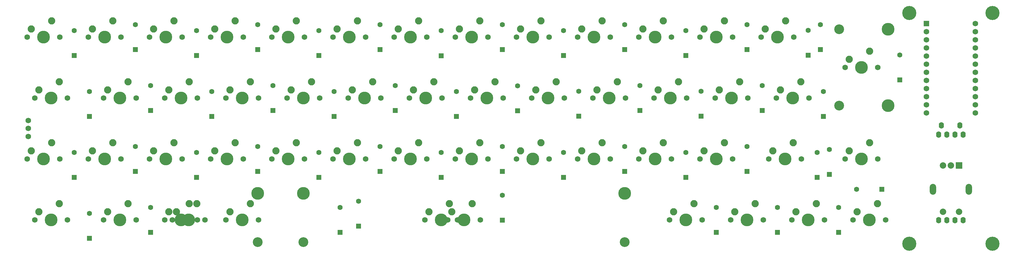
<source format=gbs>
G04 #@! TF.GenerationSoftware,KiCad,Pcbnew,(5.1.10)-1*
G04 #@! TF.CreationDate,2022-03-21T16:41:14+02:00*
G04 #@! TF.ProjectId,Verdantrev01,56657264-616e-4747-9265-7630312e6b69,rev?*
G04 #@! TF.SameCoordinates,Original*
G04 #@! TF.FileFunction,Soldermask,Bot*
G04 #@! TF.FilePolarity,Negative*
%FSLAX46Y46*%
G04 Gerber Fmt 4.6, Leading zero omitted, Abs format (unit mm)*
G04 Created by KiCad (PCBNEW (5.1.10)-1) date 2022-03-21 16:41:14*
%MOMM*%
%LPD*%
G01*
G04 APERTURE LIST*
%ADD10O,1.600000X2.000000*%
%ADD11C,2.000000*%
%ADD12O,2.000000X3.400000*%
%ADD13R,2.000000X2.000000*%
%ADD14R,1.752600X1.752600*%
%ADD15C,1.752600*%
%ADD16C,2.250000*%
%ADD17C,3.987800*%
%ADD18C,1.750000*%
%ADD19C,3.048000*%
%ADD20R,1.600000X1.600000*%
%ADD21C,1.600000*%
%ADD22C,4.400000*%
G04 APERTURE END LIST*
D10*
X302944993Y-49574999D03*
X305484993Y-49574999D03*
X300404993Y-49574999D03*
X297864993Y-49574999D03*
X297864998Y-76324997D03*
X300404998Y-76324997D03*
X305484998Y-76324997D03*
X302944998Y-76324997D03*
D11*
X299174998Y-73674999D03*
X304174998Y-73674999D03*
D12*
X296074998Y-66674999D03*
X307274998Y-66674999D03*
D11*
X299174998Y-59174999D03*
X301674998Y-59174999D03*
D13*
X304174998Y-59174999D03*
D14*
X294054997Y-14859996D03*
D15*
X294054997Y-17399996D03*
X294054997Y-19939996D03*
X294054997Y-22479996D03*
X294054997Y-25019996D03*
X294054997Y-27559996D03*
X294054997Y-30099996D03*
X294054997Y-32639996D03*
X294054997Y-35179996D03*
X294054997Y-37719996D03*
X294054997Y-40259996D03*
X309294997Y-42799996D03*
X309294997Y-40259996D03*
X309294997Y-37719996D03*
X309294997Y-35179996D03*
X309294997Y-32639996D03*
X309294997Y-30099996D03*
X309294997Y-27559996D03*
X309294997Y-25019996D03*
X309294997Y-22479996D03*
X309294997Y-19939996D03*
X309294997Y-17399996D03*
X294054997Y-42799996D03*
X309294997Y-14859996D03*
D16*
X276383750Y-23495000D03*
D17*
X273843750Y-28575000D03*
D16*
X270033750Y-26035000D03*
D18*
X268763750Y-28575000D03*
X278923750Y-28575000D03*
D19*
X266858750Y-40513000D03*
X266858750Y-16637000D03*
D17*
X282098750Y-40513000D03*
X282098750Y-16637000D03*
D16*
X276383750Y-52070000D03*
D17*
X273843750Y-57150000D03*
D16*
X270033750Y-54610000D03*
D18*
X268763750Y-57150000D03*
X278923750Y-57150000D03*
X24130000Y-19050000D03*
X13970000Y-19050000D03*
D16*
X15240000Y-16510000D03*
D17*
X19050000Y-19050000D03*
D16*
X21590000Y-13970000D03*
D20*
X261937500Y-43905000D03*
D21*
X261937500Y-36105000D03*
X52387500Y-34200000D03*
D20*
X52387500Y-42000000D03*
D21*
X111442500Y-72300000D03*
D20*
X111442500Y-80100000D03*
D21*
X142875000Y-55155000D03*
D20*
X142875000Y-62955000D03*
D21*
X47625000Y-53250000D03*
D20*
X47625000Y-61050000D03*
D21*
X228600000Y-72300000D03*
D20*
X228600000Y-80100000D03*
X104775000Y-62955000D03*
D21*
X104775000Y-55155000D03*
X238125000Y-15150000D03*
D20*
X238125000Y-22950000D03*
X200025000Y-61050000D03*
D21*
X200025000Y-53250000D03*
X33337500Y-74205000D03*
D20*
X33337500Y-82005000D03*
D21*
X90487500Y-34200000D03*
D20*
X90487500Y-42000000D03*
D21*
X219075000Y-55155000D03*
D20*
X219075000Y-62955000D03*
D21*
X247650000Y-72300000D03*
D20*
X247650000Y-80100000D03*
X85725000Y-22950000D03*
D21*
X85725000Y-15150000D03*
X260985000Y-15150000D03*
D20*
X260985000Y-22950000D03*
D21*
X28575000Y-17055000D03*
D20*
X28575000Y-24855000D03*
X109537500Y-43905000D03*
D21*
X109537500Y-36105000D03*
X128587500Y-34200000D03*
D20*
X128587500Y-42000000D03*
X147637500Y-43905000D03*
D21*
X147637500Y-36105000D03*
X180975000Y-17055000D03*
D20*
X180975000Y-24855000D03*
D21*
X166687500Y-34268750D03*
D20*
X166687500Y-42068750D03*
X185737500Y-43815000D03*
D21*
X185737500Y-36015000D03*
X204787500Y-34200000D03*
D20*
X204787500Y-42000000D03*
X52387500Y-80100000D03*
D21*
X52387500Y-72300000D03*
X260032500Y-55155000D03*
D20*
X260032500Y-62955000D03*
D21*
X180975000Y-55155000D03*
D20*
X180975000Y-62955000D03*
X161925000Y-61050000D03*
D21*
X161925000Y-53250000D03*
X200025000Y-15150000D03*
D20*
X200025000Y-22950000D03*
D21*
X257175000Y-16965000D03*
D20*
X257175000Y-24765000D03*
D21*
X219075000Y-17055000D03*
D20*
X219075000Y-24855000D03*
X47625000Y-22950000D03*
D21*
X47625000Y-15150000D03*
D20*
X242887500Y-42000000D03*
D21*
X242887500Y-34200000D03*
D20*
X104775000Y-24855000D03*
D21*
X104775000Y-17055000D03*
D20*
X263842500Y-62002500D03*
D21*
X263842500Y-54202500D03*
D20*
X71437500Y-43905000D03*
D21*
X71437500Y-36105000D03*
D20*
X223837500Y-43815000D03*
D21*
X223837500Y-36015000D03*
D20*
X285750000Y-32475000D03*
D21*
X285750000Y-24675000D03*
D20*
X28575000Y-62955000D03*
D21*
X28575000Y-55155000D03*
D20*
X238125000Y-61050000D03*
D21*
X238125000Y-53250000D03*
D20*
X161925000Y-76290000D03*
D21*
X161925000Y-68490000D03*
D20*
X123825000Y-22950000D03*
D21*
X123825000Y-15150000D03*
X33337500Y-36105000D03*
D20*
X33337500Y-43905000D03*
X161925000Y-22950000D03*
D21*
X161925000Y-15150000D03*
D20*
X266700000Y-80100000D03*
D21*
X266700000Y-72300000D03*
X123825000Y-53250000D03*
D20*
X123825000Y-61050000D03*
X66675000Y-24855000D03*
D21*
X66675000Y-17055000D03*
X85725000Y-53250000D03*
D20*
X85725000Y-61050000D03*
X142875000Y-24867500D03*
D21*
X142875000Y-17067500D03*
D20*
X66675000Y-62955000D03*
D21*
X66675000Y-55155000D03*
D16*
X254952500Y-33020000D03*
D17*
X252412500Y-38100000D03*
D16*
X248602500Y-35560000D03*
D18*
X247332500Y-38100000D03*
X257492500Y-38100000D03*
D16*
X45402500Y-33020000D03*
D17*
X42862500Y-38100000D03*
D16*
X39052500Y-35560000D03*
D18*
X37782500Y-38100000D03*
X47942500Y-38100000D03*
X138430000Y-57150000D03*
X128270000Y-57150000D03*
D16*
X129540000Y-54610000D03*
D17*
X133350000Y-57150000D03*
D16*
X135890000Y-52070000D03*
X40640000Y-52070000D03*
D17*
X38100000Y-57150000D03*
D16*
X34290000Y-54610000D03*
D18*
X33020000Y-57150000D03*
X43180000Y-57150000D03*
D16*
X221615000Y-71120000D03*
D17*
X219075000Y-76200000D03*
D16*
X215265000Y-73660000D03*
D18*
X213995000Y-76200000D03*
X224155000Y-76200000D03*
D16*
X97790000Y-52070000D03*
D17*
X95250000Y-57150000D03*
D16*
X91440000Y-54610000D03*
D18*
X90170000Y-57150000D03*
X100330000Y-57150000D03*
X233680000Y-19050000D03*
X223520000Y-19050000D03*
D16*
X224790000Y-16510000D03*
D17*
X228600000Y-19050000D03*
D16*
X231140000Y-13970000D03*
X193040000Y-52070000D03*
D17*
X190500000Y-57150000D03*
D16*
X186690000Y-54610000D03*
D18*
X185420000Y-57150000D03*
X195580000Y-57150000D03*
X26511250Y-76200000D03*
X16351250Y-76200000D03*
D16*
X17621250Y-73660000D03*
D17*
X21431250Y-76200000D03*
D16*
X23971250Y-71120000D03*
X83502500Y-33020000D03*
D17*
X80962500Y-38100000D03*
D16*
X77152500Y-35560000D03*
D18*
X75882500Y-38100000D03*
X86042500Y-38100000D03*
D16*
X212090000Y-52070000D03*
D17*
X209550000Y-57150000D03*
D16*
X205740000Y-54610000D03*
D18*
X204470000Y-57150000D03*
X214630000Y-57150000D03*
X243205000Y-76200000D03*
X233045000Y-76200000D03*
D16*
X234315000Y-73660000D03*
D17*
X238125000Y-76200000D03*
D16*
X240665000Y-71120000D03*
D18*
X81280000Y-19050000D03*
X71120000Y-19050000D03*
D16*
X72390000Y-16510000D03*
D17*
X76200000Y-19050000D03*
D16*
X78740000Y-13970000D03*
X102552500Y-33020000D03*
D17*
X100012500Y-38100000D03*
D16*
X96202500Y-35560000D03*
D18*
X94932500Y-38100000D03*
X105092500Y-38100000D03*
X124142500Y-38100000D03*
X113982500Y-38100000D03*
D16*
X115252500Y-35560000D03*
D17*
X119062500Y-38100000D03*
D16*
X121602500Y-33020000D03*
X140652500Y-33020000D03*
D17*
X138112500Y-38100000D03*
D16*
X134302500Y-35560000D03*
D18*
X133032500Y-38100000D03*
X143192500Y-38100000D03*
X176530000Y-19050000D03*
X166370000Y-19050000D03*
D16*
X167640000Y-16510000D03*
D17*
X171450000Y-19050000D03*
D16*
X173990000Y-13970000D03*
X159702500Y-33020000D03*
D17*
X157162500Y-38100000D03*
D16*
X153352500Y-35560000D03*
D18*
X152082500Y-38100000D03*
X162242500Y-38100000D03*
X181292500Y-38100000D03*
X171132500Y-38100000D03*
D16*
X172402500Y-35560000D03*
D17*
X176212500Y-38100000D03*
D16*
X178752500Y-33020000D03*
D18*
X200342500Y-38100000D03*
X190182500Y-38100000D03*
D16*
X191452500Y-35560000D03*
D17*
X195262500Y-38100000D03*
D16*
X197802500Y-33020000D03*
X45402500Y-71120000D03*
D17*
X42862500Y-76200000D03*
D16*
X39052500Y-73660000D03*
D18*
X37782500Y-76200000D03*
X47942500Y-76200000D03*
X255111250Y-57150000D03*
X244951250Y-57150000D03*
D16*
X246221250Y-54610000D03*
D17*
X250031250Y-57150000D03*
D16*
X252571250Y-52070000D03*
D18*
X176530000Y-57150000D03*
X166370000Y-57150000D03*
D16*
X167640000Y-54610000D03*
D17*
X171450000Y-57150000D03*
D16*
X173990000Y-52070000D03*
X154940000Y-52070000D03*
D17*
X152400000Y-57150000D03*
D16*
X148590000Y-54610000D03*
D18*
X147320000Y-57150000D03*
X157480000Y-57150000D03*
X195580000Y-19050000D03*
X185420000Y-19050000D03*
D16*
X186690000Y-16510000D03*
D17*
X190500000Y-19050000D03*
D16*
X193040000Y-13970000D03*
D18*
X252730000Y-19050000D03*
X242570000Y-19050000D03*
D16*
X243840000Y-16510000D03*
D17*
X247650000Y-19050000D03*
D16*
X250190000Y-13970000D03*
X212090000Y-13970000D03*
D17*
X209550000Y-19050000D03*
D16*
X205740000Y-16510000D03*
D18*
X204470000Y-19050000D03*
X214630000Y-19050000D03*
X43180000Y-19050000D03*
X33020000Y-19050000D03*
D16*
X34290000Y-16510000D03*
D17*
X38100000Y-19050000D03*
D16*
X40640000Y-13970000D03*
D18*
X238442500Y-38100000D03*
X228282500Y-38100000D03*
D16*
X229552500Y-35560000D03*
D17*
X233362500Y-38100000D03*
D16*
X235902500Y-33020000D03*
D18*
X100330000Y-19050000D03*
X90170000Y-19050000D03*
D16*
X91440000Y-16510000D03*
D17*
X95250000Y-19050000D03*
D16*
X97790000Y-13970000D03*
D18*
X281305000Y-76200000D03*
X271145000Y-76200000D03*
D16*
X272415000Y-73660000D03*
D17*
X276225000Y-76200000D03*
D16*
X278765000Y-71120000D03*
D18*
X66992500Y-38100000D03*
X56832500Y-38100000D03*
D16*
X58102500Y-35560000D03*
D17*
X61912500Y-38100000D03*
D16*
X64452500Y-33020000D03*
X216852500Y-33020000D03*
D17*
X214312500Y-38100000D03*
D16*
X210502500Y-35560000D03*
D18*
X209232500Y-38100000D03*
X219392500Y-38100000D03*
D16*
X21590000Y-52070000D03*
D17*
X19050000Y-57150000D03*
D16*
X15240000Y-54610000D03*
D18*
X13970000Y-57150000D03*
X24130000Y-57150000D03*
D16*
X231140000Y-52070000D03*
D17*
X228600000Y-57150000D03*
D16*
X224790000Y-54610000D03*
D18*
X223520000Y-57150000D03*
X233680000Y-57150000D03*
D16*
X116840000Y-13970000D03*
D17*
X114300000Y-19050000D03*
D16*
X110490000Y-16510000D03*
D18*
X109220000Y-19050000D03*
X119380000Y-19050000D03*
D16*
X23971250Y-33020000D03*
D17*
X21431250Y-38100000D03*
D16*
X17621250Y-35560000D03*
D18*
X16351250Y-38100000D03*
X26511250Y-38100000D03*
D16*
X154940000Y-13970000D03*
D17*
X152400000Y-19050000D03*
D16*
X148590000Y-16510000D03*
D18*
X147320000Y-19050000D03*
X157480000Y-19050000D03*
X262255000Y-76200000D03*
X252095000Y-76200000D03*
D16*
X253365000Y-73660000D03*
D17*
X257175000Y-76200000D03*
D16*
X259715000Y-71120000D03*
X116840000Y-52070000D03*
D17*
X114300000Y-57150000D03*
D16*
X110490000Y-54610000D03*
D18*
X109220000Y-57150000D03*
X119380000Y-57150000D03*
D16*
X59690000Y-13970000D03*
D17*
X57150000Y-19050000D03*
D16*
X53340000Y-16510000D03*
D18*
X52070000Y-19050000D03*
X62230000Y-19050000D03*
X81280000Y-57150000D03*
X71120000Y-57150000D03*
D16*
X72390000Y-54610000D03*
D17*
X76200000Y-57150000D03*
D16*
X78740000Y-52070000D03*
D18*
X138430000Y-19050000D03*
X128270000Y-19050000D03*
D16*
X129540000Y-16510000D03*
D17*
X133350000Y-19050000D03*
D16*
X135890000Y-13970000D03*
D18*
X62230000Y-57150000D03*
X52070000Y-57150000D03*
D16*
X53340000Y-54610000D03*
D17*
X57150000Y-57150000D03*
D16*
X59690000Y-52070000D03*
D18*
X14287500Y-50125000D03*
X14287500Y-47625000D03*
X14287500Y-45125000D03*
D22*
X288724999Y-83700003D03*
X314624998Y-11550000D03*
X314624999Y-83700003D03*
X288724998Y-11549997D03*
D20*
X280125000Y-66675000D03*
D21*
X272325000Y-66675000D03*
D20*
X117157500Y-78195000D03*
D21*
X117157500Y-70395000D03*
D18*
X66992500Y-76200000D03*
X56832500Y-76200000D03*
D16*
X58102500Y-73660000D03*
D17*
X61912500Y-76200000D03*
D16*
X64452500Y-71120000D03*
X60482500Y-73660000D03*
X66832500Y-71120000D03*
D18*
X59212500Y-76200000D03*
X69372500Y-76200000D03*
D17*
X64292500Y-76200000D03*
D18*
X86042500Y-76200000D03*
X75882500Y-76200000D03*
D16*
X77152500Y-73660000D03*
D17*
X80962500Y-76200000D03*
D16*
X83502500Y-71120000D03*
D17*
X200025000Y-67945000D03*
X85725000Y-67945000D03*
D19*
X200025000Y-83185000D03*
X85725000Y-83185000D03*
D18*
X147955000Y-76200000D03*
X137795000Y-76200000D03*
D16*
X139065000Y-73660000D03*
D17*
X142875000Y-76200000D03*
D16*
X145415000Y-71120000D03*
D19*
X100023100Y-83182500D03*
D17*
X100023100Y-67942500D03*
D18*
X144943000Y-76197500D03*
X155103000Y-76197500D03*
D17*
X200022900Y-67942500D03*
D19*
X200022900Y-83182500D03*
D16*
X152563000Y-71117500D03*
D17*
X150023000Y-76197500D03*
D16*
X146213000Y-73657500D03*
D10*
X298742500Y-46672500D03*
X304457500Y-46672500D03*
M02*

</source>
